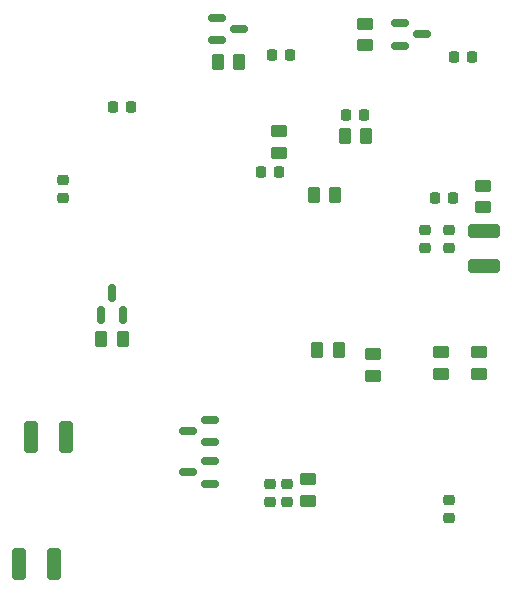
<source format=gbr>
%TF.GenerationSoftware,KiCad,Pcbnew,7.0.9-7.0.9~ubuntu22.04.1*%
%TF.CreationDate,2023-12-02T23:02:12+03:00*%
%TF.ProjectId,air-detector,6169722d-6465-4746-9563-746f722e6b69,rev?*%
%TF.SameCoordinates,Original*%
%TF.FileFunction,Paste,Bot*%
%TF.FilePolarity,Positive*%
%FSLAX46Y46*%
G04 Gerber Fmt 4.6, Leading zero omitted, Abs format (unit mm)*
G04 Created by KiCad (PCBNEW 7.0.9-7.0.9~ubuntu22.04.1) date 2023-12-02 23:02:12*
%MOMM*%
%LPD*%
G01*
G04 APERTURE LIST*
G04 Aperture macros list*
%AMRoundRect*
0 Rectangle with rounded corners*
0 $1 Rounding radius*
0 $2 $3 $4 $5 $6 $7 $8 $9 X,Y pos of 4 corners*
0 Add a 4 corners polygon primitive as box body*
4,1,4,$2,$3,$4,$5,$6,$7,$8,$9,$2,$3,0*
0 Add four circle primitives for the rounded corners*
1,1,$1+$1,$2,$3*
1,1,$1+$1,$4,$5*
1,1,$1+$1,$6,$7*
1,1,$1+$1,$8,$9*
0 Add four rect primitives between the rounded corners*
20,1,$1+$1,$2,$3,$4,$5,0*
20,1,$1+$1,$4,$5,$6,$7,0*
20,1,$1+$1,$6,$7,$8,$9,0*
20,1,$1+$1,$8,$9,$2,$3,0*%
G04 Aperture macros list end*
%ADD10RoundRect,0.150000X0.587500X0.150000X-0.587500X0.150000X-0.587500X-0.150000X0.587500X-0.150000X0*%
%ADD11RoundRect,0.250000X0.325000X1.100000X-0.325000X1.100000X-0.325000X-1.100000X0.325000X-1.100000X0*%
%ADD12RoundRect,0.225000X-0.250000X0.225000X-0.250000X-0.225000X0.250000X-0.225000X0.250000X0.225000X0*%
%ADD13RoundRect,0.225000X0.250000X-0.225000X0.250000X0.225000X-0.250000X0.225000X-0.250000X-0.225000X0*%
%ADD14RoundRect,0.225000X-0.225000X-0.250000X0.225000X-0.250000X0.225000X0.250000X-0.225000X0.250000X0*%
%ADD15RoundRect,0.150000X0.150000X-0.587500X0.150000X0.587500X-0.150000X0.587500X-0.150000X-0.587500X0*%
%ADD16RoundRect,0.250000X-0.262500X-0.450000X0.262500X-0.450000X0.262500X0.450000X-0.262500X0.450000X0*%
%ADD17RoundRect,0.250000X-0.450000X0.262500X-0.450000X-0.262500X0.450000X-0.262500X0.450000X0.262500X0*%
%ADD18RoundRect,0.225000X0.225000X0.250000X-0.225000X0.250000X-0.225000X-0.250000X0.225000X-0.250000X0*%
%ADD19RoundRect,0.250000X0.450000X-0.262500X0.450000X0.262500X-0.450000X0.262500X-0.450000X-0.262500X0*%
%ADD20RoundRect,0.250000X0.262500X0.450000X-0.262500X0.450000X-0.262500X-0.450000X0.262500X-0.450000X0*%
%ADD21RoundRect,0.250000X-0.325000X-1.100000X0.325000X-1.100000X0.325000X1.100000X-0.325000X1.100000X0*%
%ADD22RoundRect,0.150000X-0.587500X-0.150000X0.587500X-0.150000X0.587500X0.150000X-0.587500X0.150000X0*%
%ADD23RoundRect,0.250000X1.100000X-0.325000X1.100000X0.325000X-1.100000X0.325000X-1.100000X-0.325000X0*%
G04 APERTURE END LIST*
D10*
%TO.C,Q6*%
X84187500Y-72520000D03*
X84187500Y-74420000D03*
X82312500Y-73470000D03*
%TD*%
D11*
%TO.C,C31*%
X70975000Y-81220000D03*
X68025000Y-81220000D03*
%TD*%
D12*
%TO.C,C37*%
X104400000Y-52945000D03*
X104400000Y-54495000D03*
%TD*%
D13*
%TO.C,C28*%
X90750000Y-75995000D03*
X90750000Y-74445000D03*
%TD*%
D14*
%TO.C,C13*%
X75975000Y-42500000D03*
X77525000Y-42500000D03*
%TD*%
D15*
%TO.C,Q3*%
X76850000Y-60137500D03*
X74950000Y-60137500D03*
X75900000Y-58262500D03*
%TD*%
D16*
%TO.C,R23*%
X84837500Y-38750000D03*
X86662500Y-38750000D03*
%TD*%
D14*
%TO.C,C14*%
X104825000Y-38320000D03*
X106375000Y-38320000D03*
%TD*%
D13*
%TO.C,C35*%
X102400000Y-54495000D03*
X102400000Y-52945000D03*
%TD*%
D17*
%TO.C,R26*%
X92500000Y-74057500D03*
X92500000Y-75882500D03*
%TD*%
D18*
%TO.C,C41*%
X90025000Y-48000000D03*
X88475000Y-48000000D03*
%TD*%
D19*
%TO.C,R29*%
X107300000Y-51012500D03*
X107300000Y-49187500D03*
%TD*%
D17*
%TO.C,R11*%
X103750000Y-63307500D03*
X103750000Y-65132500D03*
%TD*%
D16*
%TO.C,R37*%
X93287500Y-63100000D03*
X95112500Y-63100000D03*
%TD*%
D19*
%TO.C,R22*%
X97300000Y-37307500D03*
X97300000Y-35482500D03*
%TD*%
D16*
%TO.C,R9*%
X95587500Y-45000000D03*
X97412500Y-45000000D03*
%TD*%
D18*
%TO.C,C10*%
X97275000Y-43250000D03*
X95725000Y-43250000D03*
%TD*%
D20*
%TO.C,R18*%
X76812500Y-62200000D03*
X74987500Y-62200000D03*
%TD*%
D13*
%TO.C,C20*%
X104400000Y-77375000D03*
X104400000Y-75825000D03*
%TD*%
%TO.C,C8*%
X71750000Y-50275000D03*
X71750000Y-48725000D03*
%TD*%
D21*
%TO.C,C32*%
X69025000Y-70470000D03*
X71975000Y-70470000D03*
%TD*%
D17*
%TO.C,R31*%
X90000000Y-44587500D03*
X90000000Y-46412500D03*
%TD*%
D13*
%TO.C,C29*%
X89250000Y-75995000D03*
X89250000Y-74445000D03*
%TD*%
D22*
%TO.C,Q4*%
X100312500Y-37345000D03*
X100312500Y-35445000D03*
X102187500Y-36395000D03*
%TD*%
D10*
%TO.C,Q7*%
X84187500Y-69020000D03*
X84187500Y-70920000D03*
X82312500Y-69970000D03*
%TD*%
D18*
%TO.C,C34*%
X104775000Y-50250000D03*
X103225000Y-50250000D03*
%TD*%
D23*
%TO.C,C36*%
X107400000Y-55995000D03*
X107400000Y-53045000D03*
%TD*%
D17*
%TO.C,R13*%
X107000000Y-63307500D03*
X107000000Y-65132500D03*
%TD*%
D14*
%TO.C,C21*%
X89425000Y-38120000D03*
X90975000Y-38120000D03*
%TD*%
D19*
%TO.C,R33*%
X98000000Y-65312500D03*
X98000000Y-63487500D03*
%TD*%
D22*
%TO.C,Q5*%
X84812500Y-36895000D03*
X84812500Y-34995000D03*
X86687500Y-35945000D03*
%TD*%
D16*
%TO.C,R35*%
X92987500Y-50000000D03*
X94812500Y-50000000D03*
%TD*%
M02*

</source>
